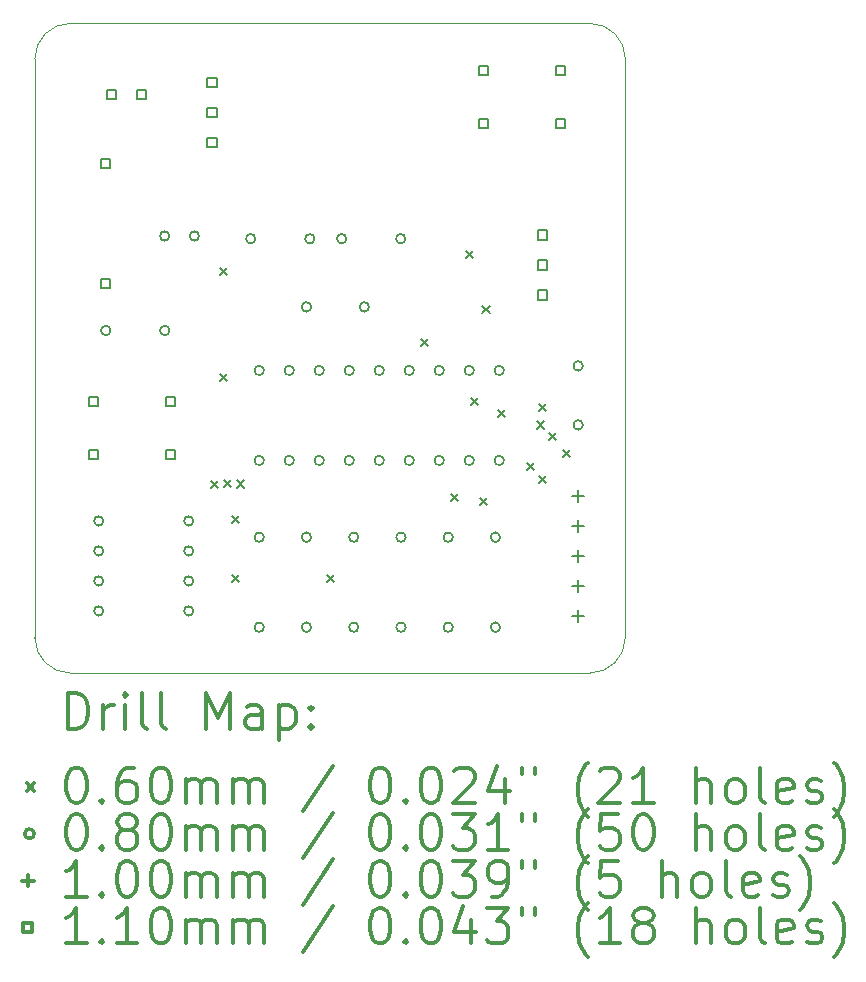
<source format=gbr>
%FSLAX45Y45*%
G04 Gerber Fmt 4.5, Leading zero omitted, Abs format (unit mm)*
G04 Created by KiCad (PCBNEW (5.1.9)-1) date 2021-08-22 03:35:01*
%MOMM*%
%LPD*%
G01*
G04 APERTURE LIST*
%TA.AperFunction,Profile*%
%ADD10C,0.100000*%
%TD*%
%ADD11C,0.200000*%
%ADD12C,0.300000*%
G04 APERTURE END LIST*
D10*
X12000000Y-11500000D02*
G75*
G02*
X11700000Y-11800000I-300000J0D01*
G01*
X12000000Y-6600000D02*
G75*
G03*
X11700000Y-6300000I-300000J0D01*
G01*
X7300000Y-6300000D02*
G75*
G03*
X7000000Y-6600000I0J-300000D01*
G01*
X7000000Y-11500000D02*
G75*
G03*
X7300000Y-11800000I300000J0D01*
G01*
X12000000Y-6600000D02*
X12000000Y-11500000D01*
X7300000Y-6300000D02*
X11700000Y-6300000D01*
X7000000Y-11500000D02*
X7000000Y-6600000D01*
X11700000Y-11800000D02*
X7300000Y-11800000D01*
D11*
X8489537Y-10170860D02*
X8549537Y-10230860D01*
X8549537Y-10170860D02*
X8489537Y-10230860D01*
X8570000Y-8370000D02*
X8630000Y-8430000D01*
X8630000Y-8370000D02*
X8570000Y-8430000D01*
X8570000Y-9270000D02*
X8630000Y-9330000D01*
X8630000Y-9270000D02*
X8570000Y-9330000D01*
X8599750Y-10165975D02*
X8659750Y-10225975D01*
X8659750Y-10165975D02*
X8599750Y-10225975D01*
X8670000Y-10470000D02*
X8730000Y-10530000D01*
X8730000Y-10470000D02*
X8670000Y-10530000D01*
X8670000Y-10970000D02*
X8730000Y-11030000D01*
X8730000Y-10970000D02*
X8670000Y-11030000D01*
X8710000Y-10170000D02*
X8770000Y-10230000D01*
X8770000Y-10170000D02*
X8710000Y-10230000D01*
X9470000Y-10970000D02*
X9530000Y-11030000D01*
X9530000Y-10970000D02*
X9470000Y-11030000D01*
X10270000Y-8970000D02*
X10330000Y-9030000D01*
X10330000Y-8970000D02*
X10270000Y-9030000D01*
X10520000Y-10283480D02*
X10580000Y-10343480D01*
X10580000Y-10283480D02*
X10520000Y-10343480D01*
X10650000Y-8230000D02*
X10710000Y-8290000D01*
X10710000Y-8230000D02*
X10650000Y-8290000D01*
X10690000Y-9470480D02*
X10750000Y-9530480D01*
X10750000Y-9470480D02*
X10690000Y-9530480D01*
X10770000Y-10320000D02*
X10830000Y-10380000D01*
X10830000Y-10320000D02*
X10770000Y-10380000D01*
X10790000Y-8690000D02*
X10850000Y-8750000D01*
X10850000Y-8690000D02*
X10790000Y-8750000D01*
X10920000Y-9570000D02*
X10980000Y-9630000D01*
X10980000Y-9570000D02*
X10920000Y-9630000D01*
X11170000Y-10020000D02*
X11230000Y-10080000D01*
X11230000Y-10020000D02*
X11170000Y-10080000D01*
X11250000Y-9670000D02*
X11310000Y-9730000D01*
X11310000Y-9670000D02*
X11250000Y-9730000D01*
X11270000Y-9520000D02*
X11330000Y-9580000D01*
X11330000Y-9520000D02*
X11270000Y-9580000D01*
X11270000Y-10130000D02*
X11330000Y-10190000D01*
X11330000Y-10130000D02*
X11270000Y-10190000D01*
X11350000Y-9770000D02*
X11410000Y-9830000D01*
X11410000Y-9770000D02*
X11350000Y-9830000D01*
X11470000Y-9910000D02*
X11530000Y-9970000D01*
X11530000Y-9910000D02*
X11470000Y-9970000D01*
X7580600Y-10512400D02*
G75*
G03*
X7580600Y-10512400I-40000J0D01*
G01*
X7580600Y-10766400D02*
G75*
G03*
X7580600Y-10766400I-40000J0D01*
G01*
X7580600Y-11020400D02*
G75*
G03*
X7580600Y-11020400I-40000J0D01*
G01*
X7580600Y-11274400D02*
G75*
G03*
X7580600Y-11274400I-40000J0D01*
G01*
X7640000Y-8900000D02*
G75*
G03*
X7640000Y-8900000I-40000J0D01*
G01*
X8140000Y-8100000D02*
G75*
G03*
X8140000Y-8100000I-40000J0D01*
G01*
X8140000Y-8900000D02*
G75*
G03*
X8140000Y-8900000I-40000J0D01*
G01*
X8342600Y-10512400D02*
G75*
G03*
X8342600Y-10512400I-40000J0D01*
G01*
X8342600Y-10766400D02*
G75*
G03*
X8342600Y-10766400I-40000J0D01*
G01*
X8342600Y-11020400D02*
G75*
G03*
X8342600Y-11020400I-40000J0D01*
G01*
X8342600Y-11274400D02*
G75*
G03*
X8342600Y-11274400I-40000J0D01*
G01*
X8390000Y-8100000D02*
G75*
G03*
X8390000Y-8100000I-40000J0D01*
G01*
X8867800Y-8123600D02*
G75*
G03*
X8867800Y-8123600I-40000J0D01*
G01*
X8940000Y-9238000D02*
G75*
G03*
X8940000Y-9238000I-40000J0D01*
G01*
X8940000Y-10000000D02*
G75*
G03*
X8940000Y-10000000I-40000J0D01*
G01*
X8940000Y-10650000D02*
G75*
G03*
X8940000Y-10650000I-40000J0D01*
G01*
X8940000Y-11412000D02*
G75*
G03*
X8940000Y-11412000I-40000J0D01*
G01*
X9194000Y-9238000D02*
G75*
G03*
X9194000Y-9238000I-40000J0D01*
G01*
X9194000Y-10000000D02*
G75*
G03*
X9194000Y-10000000I-40000J0D01*
G01*
X9340000Y-8700000D02*
G75*
G03*
X9340000Y-8700000I-40000J0D01*
G01*
X9340000Y-10650000D02*
G75*
G03*
X9340000Y-10650000I-40000J0D01*
G01*
X9340000Y-11412000D02*
G75*
G03*
X9340000Y-11412000I-40000J0D01*
G01*
X9367800Y-8123600D02*
G75*
G03*
X9367800Y-8123600I-40000J0D01*
G01*
X9448000Y-9238000D02*
G75*
G03*
X9448000Y-9238000I-40000J0D01*
G01*
X9448000Y-10000000D02*
G75*
G03*
X9448000Y-10000000I-40000J0D01*
G01*
X9637800Y-8123600D02*
G75*
G03*
X9637800Y-8123600I-40000J0D01*
G01*
X9702000Y-9238000D02*
G75*
G03*
X9702000Y-9238000I-40000J0D01*
G01*
X9702000Y-10000000D02*
G75*
G03*
X9702000Y-10000000I-40000J0D01*
G01*
X9740000Y-10650000D02*
G75*
G03*
X9740000Y-10650000I-40000J0D01*
G01*
X9740000Y-11412000D02*
G75*
G03*
X9740000Y-11412000I-40000J0D01*
G01*
X9830000Y-8700000D02*
G75*
G03*
X9830000Y-8700000I-40000J0D01*
G01*
X9956000Y-9238000D02*
G75*
G03*
X9956000Y-9238000I-40000J0D01*
G01*
X9956000Y-10000000D02*
G75*
G03*
X9956000Y-10000000I-40000J0D01*
G01*
X10137800Y-8123600D02*
G75*
G03*
X10137800Y-8123600I-40000J0D01*
G01*
X10140000Y-10650000D02*
G75*
G03*
X10140000Y-10650000I-40000J0D01*
G01*
X10140000Y-11412000D02*
G75*
G03*
X10140000Y-11412000I-40000J0D01*
G01*
X10210000Y-9238000D02*
G75*
G03*
X10210000Y-9238000I-40000J0D01*
G01*
X10210000Y-10000000D02*
G75*
G03*
X10210000Y-10000000I-40000J0D01*
G01*
X10464000Y-9238000D02*
G75*
G03*
X10464000Y-9238000I-40000J0D01*
G01*
X10464000Y-10000000D02*
G75*
G03*
X10464000Y-10000000I-40000J0D01*
G01*
X10540000Y-10650000D02*
G75*
G03*
X10540000Y-10650000I-40000J0D01*
G01*
X10540000Y-11412000D02*
G75*
G03*
X10540000Y-11412000I-40000J0D01*
G01*
X10718000Y-9238000D02*
G75*
G03*
X10718000Y-9238000I-40000J0D01*
G01*
X10718000Y-10000000D02*
G75*
G03*
X10718000Y-10000000I-40000J0D01*
G01*
X10940000Y-10650000D02*
G75*
G03*
X10940000Y-10650000I-40000J0D01*
G01*
X10940000Y-11412000D02*
G75*
G03*
X10940000Y-11412000I-40000J0D01*
G01*
X10972000Y-9238000D02*
G75*
G03*
X10972000Y-9238000I-40000J0D01*
G01*
X10972000Y-10000000D02*
G75*
G03*
X10972000Y-10000000I-40000J0D01*
G01*
X11640000Y-9200000D02*
G75*
G03*
X11640000Y-9200000I-40000J0D01*
G01*
X11640000Y-9700000D02*
G75*
G03*
X11640000Y-9700000I-40000J0D01*
G01*
X11600000Y-10250000D02*
X11600000Y-10350000D01*
X11550000Y-10300000D02*
X11650000Y-10300000D01*
X11600000Y-10504000D02*
X11600000Y-10604000D01*
X11550000Y-10554000D02*
X11650000Y-10554000D01*
X11600000Y-10758000D02*
X11600000Y-10858000D01*
X11550000Y-10808000D02*
X11650000Y-10808000D01*
X11600000Y-11012000D02*
X11600000Y-11112000D01*
X11550000Y-11062000D02*
X11650000Y-11062000D01*
X11600000Y-11266000D02*
X11600000Y-11366000D01*
X11550000Y-11316000D02*
X11650000Y-11316000D01*
X7538891Y-9538891D02*
X7538891Y-9461109D01*
X7461109Y-9461109D01*
X7461109Y-9538891D01*
X7538891Y-9538891D01*
X7538891Y-9988891D02*
X7538891Y-9911109D01*
X7461109Y-9911109D01*
X7461109Y-9988891D01*
X7538891Y-9988891D01*
X7638891Y-7522891D02*
X7638891Y-7445109D01*
X7561109Y-7445109D01*
X7561109Y-7522891D01*
X7638891Y-7522891D01*
X7638891Y-8538891D02*
X7638891Y-8461109D01*
X7561109Y-8461109D01*
X7561109Y-8538891D01*
X7638891Y-8538891D01*
X7684891Y-6938891D02*
X7684891Y-6861109D01*
X7607109Y-6861109D01*
X7607109Y-6938891D01*
X7684891Y-6938891D01*
X7938891Y-6938891D02*
X7938891Y-6861109D01*
X7861109Y-6861109D01*
X7861109Y-6938891D01*
X7938891Y-6938891D01*
X8188891Y-9538891D02*
X8188891Y-9461109D01*
X8111109Y-9461109D01*
X8111109Y-9538891D01*
X8188891Y-9538891D01*
X8188891Y-9988891D02*
X8188891Y-9911109D01*
X8111109Y-9911109D01*
X8111109Y-9988891D01*
X8188891Y-9988891D01*
X8538891Y-6838891D02*
X8538891Y-6761109D01*
X8461109Y-6761109D01*
X8461109Y-6838891D01*
X8538891Y-6838891D01*
X8538891Y-7092891D02*
X8538891Y-7015109D01*
X8461109Y-7015109D01*
X8461109Y-7092891D01*
X8538891Y-7092891D01*
X8538891Y-7346891D02*
X8538891Y-7269109D01*
X8461109Y-7269109D01*
X8461109Y-7346891D01*
X8538891Y-7346891D01*
X10838891Y-6738891D02*
X10838891Y-6661109D01*
X10761109Y-6661109D01*
X10761109Y-6738891D01*
X10838891Y-6738891D01*
X10838891Y-7188891D02*
X10838891Y-7111109D01*
X10761109Y-7111109D01*
X10761109Y-7188891D01*
X10838891Y-7188891D01*
X11338891Y-8130891D02*
X11338891Y-8053109D01*
X11261109Y-8053109D01*
X11261109Y-8130891D01*
X11338891Y-8130891D01*
X11338891Y-8384891D02*
X11338891Y-8307109D01*
X11261109Y-8307109D01*
X11261109Y-8384891D01*
X11338891Y-8384891D01*
X11338891Y-8638891D02*
X11338891Y-8561109D01*
X11261109Y-8561109D01*
X11261109Y-8638891D01*
X11338891Y-8638891D01*
X11488891Y-6738891D02*
X11488891Y-6661109D01*
X11411109Y-6661109D01*
X11411109Y-6738891D01*
X11488891Y-6738891D01*
X11488891Y-7188891D02*
X11488891Y-7111109D01*
X11411109Y-7111109D01*
X11411109Y-7188891D01*
X11488891Y-7188891D01*
D12*
X7281428Y-12270714D02*
X7281428Y-11970714D01*
X7352857Y-11970714D01*
X7395714Y-11985000D01*
X7424286Y-12013571D01*
X7438571Y-12042143D01*
X7452857Y-12099286D01*
X7452857Y-12142143D01*
X7438571Y-12199286D01*
X7424286Y-12227857D01*
X7395714Y-12256429D01*
X7352857Y-12270714D01*
X7281428Y-12270714D01*
X7581428Y-12270714D02*
X7581428Y-12070714D01*
X7581428Y-12127857D02*
X7595714Y-12099286D01*
X7610000Y-12085000D01*
X7638571Y-12070714D01*
X7667143Y-12070714D01*
X7767143Y-12270714D02*
X7767143Y-12070714D01*
X7767143Y-11970714D02*
X7752857Y-11985000D01*
X7767143Y-11999286D01*
X7781428Y-11985000D01*
X7767143Y-11970714D01*
X7767143Y-11999286D01*
X7952857Y-12270714D02*
X7924286Y-12256429D01*
X7910000Y-12227857D01*
X7910000Y-11970714D01*
X8110000Y-12270714D02*
X8081428Y-12256429D01*
X8067143Y-12227857D01*
X8067143Y-11970714D01*
X8452857Y-12270714D02*
X8452857Y-11970714D01*
X8552857Y-12185000D01*
X8652857Y-11970714D01*
X8652857Y-12270714D01*
X8924286Y-12270714D02*
X8924286Y-12113571D01*
X8910000Y-12085000D01*
X8881428Y-12070714D01*
X8824286Y-12070714D01*
X8795714Y-12085000D01*
X8924286Y-12256429D02*
X8895714Y-12270714D01*
X8824286Y-12270714D01*
X8795714Y-12256429D01*
X8781428Y-12227857D01*
X8781428Y-12199286D01*
X8795714Y-12170714D01*
X8824286Y-12156429D01*
X8895714Y-12156429D01*
X8924286Y-12142143D01*
X9067143Y-12070714D02*
X9067143Y-12370714D01*
X9067143Y-12085000D02*
X9095714Y-12070714D01*
X9152857Y-12070714D01*
X9181428Y-12085000D01*
X9195714Y-12099286D01*
X9210000Y-12127857D01*
X9210000Y-12213571D01*
X9195714Y-12242143D01*
X9181428Y-12256429D01*
X9152857Y-12270714D01*
X9095714Y-12270714D01*
X9067143Y-12256429D01*
X9338571Y-12242143D02*
X9352857Y-12256429D01*
X9338571Y-12270714D01*
X9324286Y-12256429D01*
X9338571Y-12242143D01*
X9338571Y-12270714D01*
X9338571Y-12085000D02*
X9352857Y-12099286D01*
X9338571Y-12113571D01*
X9324286Y-12099286D01*
X9338571Y-12085000D01*
X9338571Y-12113571D01*
X6935000Y-12735000D02*
X6995000Y-12795000D01*
X6995000Y-12735000D02*
X6935000Y-12795000D01*
X7338571Y-12600714D02*
X7367143Y-12600714D01*
X7395714Y-12615000D01*
X7410000Y-12629286D01*
X7424286Y-12657857D01*
X7438571Y-12715000D01*
X7438571Y-12786429D01*
X7424286Y-12843571D01*
X7410000Y-12872143D01*
X7395714Y-12886429D01*
X7367143Y-12900714D01*
X7338571Y-12900714D01*
X7310000Y-12886429D01*
X7295714Y-12872143D01*
X7281428Y-12843571D01*
X7267143Y-12786429D01*
X7267143Y-12715000D01*
X7281428Y-12657857D01*
X7295714Y-12629286D01*
X7310000Y-12615000D01*
X7338571Y-12600714D01*
X7567143Y-12872143D02*
X7581428Y-12886429D01*
X7567143Y-12900714D01*
X7552857Y-12886429D01*
X7567143Y-12872143D01*
X7567143Y-12900714D01*
X7838571Y-12600714D02*
X7781428Y-12600714D01*
X7752857Y-12615000D01*
X7738571Y-12629286D01*
X7710000Y-12672143D01*
X7695714Y-12729286D01*
X7695714Y-12843571D01*
X7710000Y-12872143D01*
X7724286Y-12886429D01*
X7752857Y-12900714D01*
X7810000Y-12900714D01*
X7838571Y-12886429D01*
X7852857Y-12872143D01*
X7867143Y-12843571D01*
X7867143Y-12772143D01*
X7852857Y-12743571D01*
X7838571Y-12729286D01*
X7810000Y-12715000D01*
X7752857Y-12715000D01*
X7724286Y-12729286D01*
X7710000Y-12743571D01*
X7695714Y-12772143D01*
X8052857Y-12600714D02*
X8081428Y-12600714D01*
X8110000Y-12615000D01*
X8124286Y-12629286D01*
X8138571Y-12657857D01*
X8152857Y-12715000D01*
X8152857Y-12786429D01*
X8138571Y-12843571D01*
X8124286Y-12872143D01*
X8110000Y-12886429D01*
X8081428Y-12900714D01*
X8052857Y-12900714D01*
X8024286Y-12886429D01*
X8010000Y-12872143D01*
X7995714Y-12843571D01*
X7981428Y-12786429D01*
X7981428Y-12715000D01*
X7995714Y-12657857D01*
X8010000Y-12629286D01*
X8024286Y-12615000D01*
X8052857Y-12600714D01*
X8281428Y-12900714D02*
X8281428Y-12700714D01*
X8281428Y-12729286D02*
X8295714Y-12715000D01*
X8324286Y-12700714D01*
X8367143Y-12700714D01*
X8395714Y-12715000D01*
X8410000Y-12743571D01*
X8410000Y-12900714D01*
X8410000Y-12743571D02*
X8424286Y-12715000D01*
X8452857Y-12700714D01*
X8495714Y-12700714D01*
X8524286Y-12715000D01*
X8538571Y-12743571D01*
X8538571Y-12900714D01*
X8681428Y-12900714D02*
X8681428Y-12700714D01*
X8681428Y-12729286D02*
X8695714Y-12715000D01*
X8724286Y-12700714D01*
X8767143Y-12700714D01*
X8795714Y-12715000D01*
X8810000Y-12743571D01*
X8810000Y-12900714D01*
X8810000Y-12743571D02*
X8824286Y-12715000D01*
X8852857Y-12700714D01*
X8895714Y-12700714D01*
X8924286Y-12715000D01*
X8938571Y-12743571D01*
X8938571Y-12900714D01*
X9524286Y-12586429D02*
X9267143Y-12972143D01*
X9910000Y-12600714D02*
X9938571Y-12600714D01*
X9967143Y-12615000D01*
X9981428Y-12629286D01*
X9995714Y-12657857D01*
X10010000Y-12715000D01*
X10010000Y-12786429D01*
X9995714Y-12843571D01*
X9981428Y-12872143D01*
X9967143Y-12886429D01*
X9938571Y-12900714D01*
X9910000Y-12900714D01*
X9881428Y-12886429D01*
X9867143Y-12872143D01*
X9852857Y-12843571D01*
X9838571Y-12786429D01*
X9838571Y-12715000D01*
X9852857Y-12657857D01*
X9867143Y-12629286D01*
X9881428Y-12615000D01*
X9910000Y-12600714D01*
X10138571Y-12872143D02*
X10152857Y-12886429D01*
X10138571Y-12900714D01*
X10124286Y-12886429D01*
X10138571Y-12872143D01*
X10138571Y-12900714D01*
X10338571Y-12600714D02*
X10367143Y-12600714D01*
X10395714Y-12615000D01*
X10410000Y-12629286D01*
X10424286Y-12657857D01*
X10438571Y-12715000D01*
X10438571Y-12786429D01*
X10424286Y-12843571D01*
X10410000Y-12872143D01*
X10395714Y-12886429D01*
X10367143Y-12900714D01*
X10338571Y-12900714D01*
X10310000Y-12886429D01*
X10295714Y-12872143D01*
X10281428Y-12843571D01*
X10267143Y-12786429D01*
X10267143Y-12715000D01*
X10281428Y-12657857D01*
X10295714Y-12629286D01*
X10310000Y-12615000D01*
X10338571Y-12600714D01*
X10552857Y-12629286D02*
X10567143Y-12615000D01*
X10595714Y-12600714D01*
X10667143Y-12600714D01*
X10695714Y-12615000D01*
X10710000Y-12629286D01*
X10724286Y-12657857D01*
X10724286Y-12686429D01*
X10710000Y-12729286D01*
X10538571Y-12900714D01*
X10724286Y-12900714D01*
X10981428Y-12700714D02*
X10981428Y-12900714D01*
X10910000Y-12586429D02*
X10838571Y-12800714D01*
X11024286Y-12800714D01*
X11124286Y-12600714D02*
X11124286Y-12657857D01*
X11238571Y-12600714D02*
X11238571Y-12657857D01*
X11681428Y-13015000D02*
X11667143Y-13000714D01*
X11638571Y-12957857D01*
X11624286Y-12929286D01*
X11610000Y-12886429D01*
X11595714Y-12815000D01*
X11595714Y-12757857D01*
X11610000Y-12686429D01*
X11624286Y-12643571D01*
X11638571Y-12615000D01*
X11667143Y-12572143D01*
X11681428Y-12557857D01*
X11781428Y-12629286D02*
X11795714Y-12615000D01*
X11824286Y-12600714D01*
X11895714Y-12600714D01*
X11924286Y-12615000D01*
X11938571Y-12629286D01*
X11952857Y-12657857D01*
X11952857Y-12686429D01*
X11938571Y-12729286D01*
X11767143Y-12900714D01*
X11952857Y-12900714D01*
X12238571Y-12900714D02*
X12067143Y-12900714D01*
X12152857Y-12900714D02*
X12152857Y-12600714D01*
X12124286Y-12643571D01*
X12095714Y-12672143D01*
X12067143Y-12686429D01*
X12595714Y-12900714D02*
X12595714Y-12600714D01*
X12724286Y-12900714D02*
X12724286Y-12743571D01*
X12710000Y-12715000D01*
X12681428Y-12700714D01*
X12638571Y-12700714D01*
X12610000Y-12715000D01*
X12595714Y-12729286D01*
X12910000Y-12900714D02*
X12881428Y-12886429D01*
X12867143Y-12872143D01*
X12852857Y-12843571D01*
X12852857Y-12757857D01*
X12867143Y-12729286D01*
X12881428Y-12715000D01*
X12910000Y-12700714D01*
X12952857Y-12700714D01*
X12981428Y-12715000D01*
X12995714Y-12729286D01*
X13010000Y-12757857D01*
X13010000Y-12843571D01*
X12995714Y-12872143D01*
X12981428Y-12886429D01*
X12952857Y-12900714D01*
X12910000Y-12900714D01*
X13181428Y-12900714D02*
X13152857Y-12886429D01*
X13138571Y-12857857D01*
X13138571Y-12600714D01*
X13410000Y-12886429D02*
X13381428Y-12900714D01*
X13324286Y-12900714D01*
X13295714Y-12886429D01*
X13281428Y-12857857D01*
X13281428Y-12743571D01*
X13295714Y-12715000D01*
X13324286Y-12700714D01*
X13381428Y-12700714D01*
X13410000Y-12715000D01*
X13424286Y-12743571D01*
X13424286Y-12772143D01*
X13281428Y-12800714D01*
X13538571Y-12886429D02*
X13567143Y-12900714D01*
X13624286Y-12900714D01*
X13652857Y-12886429D01*
X13667143Y-12857857D01*
X13667143Y-12843571D01*
X13652857Y-12815000D01*
X13624286Y-12800714D01*
X13581428Y-12800714D01*
X13552857Y-12786429D01*
X13538571Y-12757857D01*
X13538571Y-12743571D01*
X13552857Y-12715000D01*
X13581428Y-12700714D01*
X13624286Y-12700714D01*
X13652857Y-12715000D01*
X13767143Y-13015000D02*
X13781428Y-13000714D01*
X13810000Y-12957857D01*
X13824286Y-12929286D01*
X13838571Y-12886429D01*
X13852857Y-12815000D01*
X13852857Y-12757857D01*
X13838571Y-12686429D01*
X13824286Y-12643571D01*
X13810000Y-12615000D01*
X13781428Y-12572143D01*
X13767143Y-12557857D01*
X6995000Y-13161000D02*
G75*
G03*
X6995000Y-13161000I-40000J0D01*
G01*
X7338571Y-12996714D02*
X7367143Y-12996714D01*
X7395714Y-13011000D01*
X7410000Y-13025286D01*
X7424286Y-13053857D01*
X7438571Y-13111000D01*
X7438571Y-13182429D01*
X7424286Y-13239571D01*
X7410000Y-13268143D01*
X7395714Y-13282429D01*
X7367143Y-13296714D01*
X7338571Y-13296714D01*
X7310000Y-13282429D01*
X7295714Y-13268143D01*
X7281428Y-13239571D01*
X7267143Y-13182429D01*
X7267143Y-13111000D01*
X7281428Y-13053857D01*
X7295714Y-13025286D01*
X7310000Y-13011000D01*
X7338571Y-12996714D01*
X7567143Y-13268143D02*
X7581428Y-13282429D01*
X7567143Y-13296714D01*
X7552857Y-13282429D01*
X7567143Y-13268143D01*
X7567143Y-13296714D01*
X7752857Y-13125286D02*
X7724286Y-13111000D01*
X7710000Y-13096714D01*
X7695714Y-13068143D01*
X7695714Y-13053857D01*
X7710000Y-13025286D01*
X7724286Y-13011000D01*
X7752857Y-12996714D01*
X7810000Y-12996714D01*
X7838571Y-13011000D01*
X7852857Y-13025286D01*
X7867143Y-13053857D01*
X7867143Y-13068143D01*
X7852857Y-13096714D01*
X7838571Y-13111000D01*
X7810000Y-13125286D01*
X7752857Y-13125286D01*
X7724286Y-13139571D01*
X7710000Y-13153857D01*
X7695714Y-13182429D01*
X7695714Y-13239571D01*
X7710000Y-13268143D01*
X7724286Y-13282429D01*
X7752857Y-13296714D01*
X7810000Y-13296714D01*
X7838571Y-13282429D01*
X7852857Y-13268143D01*
X7867143Y-13239571D01*
X7867143Y-13182429D01*
X7852857Y-13153857D01*
X7838571Y-13139571D01*
X7810000Y-13125286D01*
X8052857Y-12996714D02*
X8081428Y-12996714D01*
X8110000Y-13011000D01*
X8124286Y-13025286D01*
X8138571Y-13053857D01*
X8152857Y-13111000D01*
X8152857Y-13182429D01*
X8138571Y-13239571D01*
X8124286Y-13268143D01*
X8110000Y-13282429D01*
X8081428Y-13296714D01*
X8052857Y-13296714D01*
X8024286Y-13282429D01*
X8010000Y-13268143D01*
X7995714Y-13239571D01*
X7981428Y-13182429D01*
X7981428Y-13111000D01*
X7995714Y-13053857D01*
X8010000Y-13025286D01*
X8024286Y-13011000D01*
X8052857Y-12996714D01*
X8281428Y-13296714D02*
X8281428Y-13096714D01*
X8281428Y-13125286D02*
X8295714Y-13111000D01*
X8324286Y-13096714D01*
X8367143Y-13096714D01*
X8395714Y-13111000D01*
X8410000Y-13139571D01*
X8410000Y-13296714D01*
X8410000Y-13139571D02*
X8424286Y-13111000D01*
X8452857Y-13096714D01*
X8495714Y-13096714D01*
X8524286Y-13111000D01*
X8538571Y-13139571D01*
X8538571Y-13296714D01*
X8681428Y-13296714D02*
X8681428Y-13096714D01*
X8681428Y-13125286D02*
X8695714Y-13111000D01*
X8724286Y-13096714D01*
X8767143Y-13096714D01*
X8795714Y-13111000D01*
X8810000Y-13139571D01*
X8810000Y-13296714D01*
X8810000Y-13139571D02*
X8824286Y-13111000D01*
X8852857Y-13096714D01*
X8895714Y-13096714D01*
X8924286Y-13111000D01*
X8938571Y-13139571D01*
X8938571Y-13296714D01*
X9524286Y-12982429D02*
X9267143Y-13368143D01*
X9910000Y-12996714D02*
X9938571Y-12996714D01*
X9967143Y-13011000D01*
X9981428Y-13025286D01*
X9995714Y-13053857D01*
X10010000Y-13111000D01*
X10010000Y-13182429D01*
X9995714Y-13239571D01*
X9981428Y-13268143D01*
X9967143Y-13282429D01*
X9938571Y-13296714D01*
X9910000Y-13296714D01*
X9881428Y-13282429D01*
X9867143Y-13268143D01*
X9852857Y-13239571D01*
X9838571Y-13182429D01*
X9838571Y-13111000D01*
X9852857Y-13053857D01*
X9867143Y-13025286D01*
X9881428Y-13011000D01*
X9910000Y-12996714D01*
X10138571Y-13268143D02*
X10152857Y-13282429D01*
X10138571Y-13296714D01*
X10124286Y-13282429D01*
X10138571Y-13268143D01*
X10138571Y-13296714D01*
X10338571Y-12996714D02*
X10367143Y-12996714D01*
X10395714Y-13011000D01*
X10410000Y-13025286D01*
X10424286Y-13053857D01*
X10438571Y-13111000D01*
X10438571Y-13182429D01*
X10424286Y-13239571D01*
X10410000Y-13268143D01*
X10395714Y-13282429D01*
X10367143Y-13296714D01*
X10338571Y-13296714D01*
X10310000Y-13282429D01*
X10295714Y-13268143D01*
X10281428Y-13239571D01*
X10267143Y-13182429D01*
X10267143Y-13111000D01*
X10281428Y-13053857D01*
X10295714Y-13025286D01*
X10310000Y-13011000D01*
X10338571Y-12996714D01*
X10538571Y-12996714D02*
X10724286Y-12996714D01*
X10624286Y-13111000D01*
X10667143Y-13111000D01*
X10695714Y-13125286D01*
X10710000Y-13139571D01*
X10724286Y-13168143D01*
X10724286Y-13239571D01*
X10710000Y-13268143D01*
X10695714Y-13282429D01*
X10667143Y-13296714D01*
X10581428Y-13296714D01*
X10552857Y-13282429D01*
X10538571Y-13268143D01*
X11010000Y-13296714D02*
X10838571Y-13296714D01*
X10924286Y-13296714D02*
X10924286Y-12996714D01*
X10895714Y-13039571D01*
X10867143Y-13068143D01*
X10838571Y-13082429D01*
X11124286Y-12996714D02*
X11124286Y-13053857D01*
X11238571Y-12996714D02*
X11238571Y-13053857D01*
X11681428Y-13411000D02*
X11667143Y-13396714D01*
X11638571Y-13353857D01*
X11624286Y-13325286D01*
X11610000Y-13282429D01*
X11595714Y-13211000D01*
X11595714Y-13153857D01*
X11610000Y-13082429D01*
X11624286Y-13039571D01*
X11638571Y-13011000D01*
X11667143Y-12968143D01*
X11681428Y-12953857D01*
X11938571Y-12996714D02*
X11795714Y-12996714D01*
X11781428Y-13139571D01*
X11795714Y-13125286D01*
X11824286Y-13111000D01*
X11895714Y-13111000D01*
X11924286Y-13125286D01*
X11938571Y-13139571D01*
X11952857Y-13168143D01*
X11952857Y-13239571D01*
X11938571Y-13268143D01*
X11924286Y-13282429D01*
X11895714Y-13296714D01*
X11824286Y-13296714D01*
X11795714Y-13282429D01*
X11781428Y-13268143D01*
X12138571Y-12996714D02*
X12167143Y-12996714D01*
X12195714Y-13011000D01*
X12210000Y-13025286D01*
X12224286Y-13053857D01*
X12238571Y-13111000D01*
X12238571Y-13182429D01*
X12224286Y-13239571D01*
X12210000Y-13268143D01*
X12195714Y-13282429D01*
X12167143Y-13296714D01*
X12138571Y-13296714D01*
X12110000Y-13282429D01*
X12095714Y-13268143D01*
X12081428Y-13239571D01*
X12067143Y-13182429D01*
X12067143Y-13111000D01*
X12081428Y-13053857D01*
X12095714Y-13025286D01*
X12110000Y-13011000D01*
X12138571Y-12996714D01*
X12595714Y-13296714D02*
X12595714Y-12996714D01*
X12724286Y-13296714D02*
X12724286Y-13139571D01*
X12710000Y-13111000D01*
X12681428Y-13096714D01*
X12638571Y-13096714D01*
X12610000Y-13111000D01*
X12595714Y-13125286D01*
X12910000Y-13296714D02*
X12881428Y-13282429D01*
X12867143Y-13268143D01*
X12852857Y-13239571D01*
X12852857Y-13153857D01*
X12867143Y-13125286D01*
X12881428Y-13111000D01*
X12910000Y-13096714D01*
X12952857Y-13096714D01*
X12981428Y-13111000D01*
X12995714Y-13125286D01*
X13010000Y-13153857D01*
X13010000Y-13239571D01*
X12995714Y-13268143D01*
X12981428Y-13282429D01*
X12952857Y-13296714D01*
X12910000Y-13296714D01*
X13181428Y-13296714D02*
X13152857Y-13282429D01*
X13138571Y-13253857D01*
X13138571Y-12996714D01*
X13410000Y-13282429D02*
X13381428Y-13296714D01*
X13324286Y-13296714D01*
X13295714Y-13282429D01*
X13281428Y-13253857D01*
X13281428Y-13139571D01*
X13295714Y-13111000D01*
X13324286Y-13096714D01*
X13381428Y-13096714D01*
X13410000Y-13111000D01*
X13424286Y-13139571D01*
X13424286Y-13168143D01*
X13281428Y-13196714D01*
X13538571Y-13282429D02*
X13567143Y-13296714D01*
X13624286Y-13296714D01*
X13652857Y-13282429D01*
X13667143Y-13253857D01*
X13667143Y-13239571D01*
X13652857Y-13211000D01*
X13624286Y-13196714D01*
X13581428Y-13196714D01*
X13552857Y-13182429D01*
X13538571Y-13153857D01*
X13538571Y-13139571D01*
X13552857Y-13111000D01*
X13581428Y-13096714D01*
X13624286Y-13096714D01*
X13652857Y-13111000D01*
X13767143Y-13411000D02*
X13781428Y-13396714D01*
X13810000Y-13353857D01*
X13824286Y-13325286D01*
X13838571Y-13282429D01*
X13852857Y-13211000D01*
X13852857Y-13153857D01*
X13838571Y-13082429D01*
X13824286Y-13039571D01*
X13810000Y-13011000D01*
X13781428Y-12968143D01*
X13767143Y-12953857D01*
X6945000Y-13507000D02*
X6945000Y-13607000D01*
X6895000Y-13557000D02*
X6995000Y-13557000D01*
X7438571Y-13692714D02*
X7267143Y-13692714D01*
X7352857Y-13692714D02*
X7352857Y-13392714D01*
X7324286Y-13435571D01*
X7295714Y-13464143D01*
X7267143Y-13478429D01*
X7567143Y-13664143D02*
X7581428Y-13678429D01*
X7567143Y-13692714D01*
X7552857Y-13678429D01*
X7567143Y-13664143D01*
X7567143Y-13692714D01*
X7767143Y-13392714D02*
X7795714Y-13392714D01*
X7824286Y-13407000D01*
X7838571Y-13421286D01*
X7852857Y-13449857D01*
X7867143Y-13507000D01*
X7867143Y-13578429D01*
X7852857Y-13635571D01*
X7838571Y-13664143D01*
X7824286Y-13678429D01*
X7795714Y-13692714D01*
X7767143Y-13692714D01*
X7738571Y-13678429D01*
X7724286Y-13664143D01*
X7710000Y-13635571D01*
X7695714Y-13578429D01*
X7695714Y-13507000D01*
X7710000Y-13449857D01*
X7724286Y-13421286D01*
X7738571Y-13407000D01*
X7767143Y-13392714D01*
X8052857Y-13392714D02*
X8081428Y-13392714D01*
X8110000Y-13407000D01*
X8124286Y-13421286D01*
X8138571Y-13449857D01*
X8152857Y-13507000D01*
X8152857Y-13578429D01*
X8138571Y-13635571D01*
X8124286Y-13664143D01*
X8110000Y-13678429D01*
X8081428Y-13692714D01*
X8052857Y-13692714D01*
X8024286Y-13678429D01*
X8010000Y-13664143D01*
X7995714Y-13635571D01*
X7981428Y-13578429D01*
X7981428Y-13507000D01*
X7995714Y-13449857D01*
X8010000Y-13421286D01*
X8024286Y-13407000D01*
X8052857Y-13392714D01*
X8281428Y-13692714D02*
X8281428Y-13492714D01*
X8281428Y-13521286D02*
X8295714Y-13507000D01*
X8324286Y-13492714D01*
X8367143Y-13492714D01*
X8395714Y-13507000D01*
X8410000Y-13535571D01*
X8410000Y-13692714D01*
X8410000Y-13535571D02*
X8424286Y-13507000D01*
X8452857Y-13492714D01*
X8495714Y-13492714D01*
X8524286Y-13507000D01*
X8538571Y-13535571D01*
X8538571Y-13692714D01*
X8681428Y-13692714D02*
X8681428Y-13492714D01*
X8681428Y-13521286D02*
X8695714Y-13507000D01*
X8724286Y-13492714D01*
X8767143Y-13492714D01*
X8795714Y-13507000D01*
X8810000Y-13535571D01*
X8810000Y-13692714D01*
X8810000Y-13535571D02*
X8824286Y-13507000D01*
X8852857Y-13492714D01*
X8895714Y-13492714D01*
X8924286Y-13507000D01*
X8938571Y-13535571D01*
X8938571Y-13692714D01*
X9524286Y-13378429D02*
X9267143Y-13764143D01*
X9910000Y-13392714D02*
X9938571Y-13392714D01*
X9967143Y-13407000D01*
X9981428Y-13421286D01*
X9995714Y-13449857D01*
X10010000Y-13507000D01*
X10010000Y-13578429D01*
X9995714Y-13635571D01*
X9981428Y-13664143D01*
X9967143Y-13678429D01*
X9938571Y-13692714D01*
X9910000Y-13692714D01*
X9881428Y-13678429D01*
X9867143Y-13664143D01*
X9852857Y-13635571D01*
X9838571Y-13578429D01*
X9838571Y-13507000D01*
X9852857Y-13449857D01*
X9867143Y-13421286D01*
X9881428Y-13407000D01*
X9910000Y-13392714D01*
X10138571Y-13664143D02*
X10152857Y-13678429D01*
X10138571Y-13692714D01*
X10124286Y-13678429D01*
X10138571Y-13664143D01*
X10138571Y-13692714D01*
X10338571Y-13392714D02*
X10367143Y-13392714D01*
X10395714Y-13407000D01*
X10410000Y-13421286D01*
X10424286Y-13449857D01*
X10438571Y-13507000D01*
X10438571Y-13578429D01*
X10424286Y-13635571D01*
X10410000Y-13664143D01*
X10395714Y-13678429D01*
X10367143Y-13692714D01*
X10338571Y-13692714D01*
X10310000Y-13678429D01*
X10295714Y-13664143D01*
X10281428Y-13635571D01*
X10267143Y-13578429D01*
X10267143Y-13507000D01*
X10281428Y-13449857D01*
X10295714Y-13421286D01*
X10310000Y-13407000D01*
X10338571Y-13392714D01*
X10538571Y-13392714D02*
X10724286Y-13392714D01*
X10624286Y-13507000D01*
X10667143Y-13507000D01*
X10695714Y-13521286D01*
X10710000Y-13535571D01*
X10724286Y-13564143D01*
X10724286Y-13635571D01*
X10710000Y-13664143D01*
X10695714Y-13678429D01*
X10667143Y-13692714D01*
X10581428Y-13692714D01*
X10552857Y-13678429D01*
X10538571Y-13664143D01*
X10867143Y-13692714D02*
X10924286Y-13692714D01*
X10952857Y-13678429D01*
X10967143Y-13664143D01*
X10995714Y-13621286D01*
X11010000Y-13564143D01*
X11010000Y-13449857D01*
X10995714Y-13421286D01*
X10981428Y-13407000D01*
X10952857Y-13392714D01*
X10895714Y-13392714D01*
X10867143Y-13407000D01*
X10852857Y-13421286D01*
X10838571Y-13449857D01*
X10838571Y-13521286D01*
X10852857Y-13549857D01*
X10867143Y-13564143D01*
X10895714Y-13578429D01*
X10952857Y-13578429D01*
X10981428Y-13564143D01*
X10995714Y-13549857D01*
X11010000Y-13521286D01*
X11124286Y-13392714D02*
X11124286Y-13449857D01*
X11238571Y-13392714D02*
X11238571Y-13449857D01*
X11681428Y-13807000D02*
X11667143Y-13792714D01*
X11638571Y-13749857D01*
X11624286Y-13721286D01*
X11610000Y-13678429D01*
X11595714Y-13607000D01*
X11595714Y-13549857D01*
X11610000Y-13478429D01*
X11624286Y-13435571D01*
X11638571Y-13407000D01*
X11667143Y-13364143D01*
X11681428Y-13349857D01*
X11938571Y-13392714D02*
X11795714Y-13392714D01*
X11781428Y-13535571D01*
X11795714Y-13521286D01*
X11824286Y-13507000D01*
X11895714Y-13507000D01*
X11924286Y-13521286D01*
X11938571Y-13535571D01*
X11952857Y-13564143D01*
X11952857Y-13635571D01*
X11938571Y-13664143D01*
X11924286Y-13678429D01*
X11895714Y-13692714D01*
X11824286Y-13692714D01*
X11795714Y-13678429D01*
X11781428Y-13664143D01*
X12310000Y-13692714D02*
X12310000Y-13392714D01*
X12438571Y-13692714D02*
X12438571Y-13535571D01*
X12424286Y-13507000D01*
X12395714Y-13492714D01*
X12352857Y-13492714D01*
X12324286Y-13507000D01*
X12310000Y-13521286D01*
X12624286Y-13692714D02*
X12595714Y-13678429D01*
X12581428Y-13664143D01*
X12567143Y-13635571D01*
X12567143Y-13549857D01*
X12581428Y-13521286D01*
X12595714Y-13507000D01*
X12624286Y-13492714D01*
X12667143Y-13492714D01*
X12695714Y-13507000D01*
X12710000Y-13521286D01*
X12724286Y-13549857D01*
X12724286Y-13635571D01*
X12710000Y-13664143D01*
X12695714Y-13678429D01*
X12667143Y-13692714D01*
X12624286Y-13692714D01*
X12895714Y-13692714D02*
X12867143Y-13678429D01*
X12852857Y-13649857D01*
X12852857Y-13392714D01*
X13124286Y-13678429D02*
X13095714Y-13692714D01*
X13038571Y-13692714D01*
X13010000Y-13678429D01*
X12995714Y-13649857D01*
X12995714Y-13535571D01*
X13010000Y-13507000D01*
X13038571Y-13492714D01*
X13095714Y-13492714D01*
X13124286Y-13507000D01*
X13138571Y-13535571D01*
X13138571Y-13564143D01*
X12995714Y-13592714D01*
X13252857Y-13678429D02*
X13281428Y-13692714D01*
X13338571Y-13692714D01*
X13367143Y-13678429D01*
X13381428Y-13649857D01*
X13381428Y-13635571D01*
X13367143Y-13607000D01*
X13338571Y-13592714D01*
X13295714Y-13592714D01*
X13267143Y-13578429D01*
X13252857Y-13549857D01*
X13252857Y-13535571D01*
X13267143Y-13507000D01*
X13295714Y-13492714D01*
X13338571Y-13492714D01*
X13367143Y-13507000D01*
X13481428Y-13807000D02*
X13495714Y-13792714D01*
X13524286Y-13749857D01*
X13538571Y-13721286D01*
X13552857Y-13678429D01*
X13567143Y-13607000D01*
X13567143Y-13549857D01*
X13552857Y-13478429D01*
X13538571Y-13435571D01*
X13524286Y-13407000D01*
X13495714Y-13364143D01*
X13481428Y-13349857D01*
X6978891Y-13991891D02*
X6978891Y-13914109D01*
X6901109Y-13914109D01*
X6901109Y-13991891D01*
X6978891Y-13991891D01*
X7438571Y-14088714D02*
X7267143Y-14088714D01*
X7352857Y-14088714D02*
X7352857Y-13788714D01*
X7324286Y-13831571D01*
X7295714Y-13860143D01*
X7267143Y-13874429D01*
X7567143Y-14060143D02*
X7581428Y-14074429D01*
X7567143Y-14088714D01*
X7552857Y-14074429D01*
X7567143Y-14060143D01*
X7567143Y-14088714D01*
X7867143Y-14088714D02*
X7695714Y-14088714D01*
X7781428Y-14088714D02*
X7781428Y-13788714D01*
X7752857Y-13831571D01*
X7724286Y-13860143D01*
X7695714Y-13874429D01*
X8052857Y-13788714D02*
X8081428Y-13788714D01*
X8110000Y-13803000D01*
X8124286Y-13817286D01*
X8138571Y-13845857D01*
X8152857Y-13903000D01*
X8152857Y-13974429D01*
X8138571Y-14031571D01*
X8124286Y-14060143D01*
X8110000Y-14074429D01*
X8081428Y-14088714D01*
X8052857Y-14088714D01*
X8024286Y-14074429D01*
X8010000Y-14060143D01*
X7995714Y-14031571D01*
X7981428Y-13974429D01*
X7981428Y-13903000D01*
X7995714Y-13845857D01*
X8010000Y-13817286D01*
X8024286Y-13803000D01*
X8052857Y-13788714D01*
X8281428Y-14088714D02*
X8281428Y-13888714D01*
X8281428Y-13917286D02*
X8295714Y-13903000D01*
X8324286Y-13888714D01*
X8367143Y-13888714D01*
X8395714Y-13903000D01*
X8410000Y-13931571D01*
X8410000Y-14088714D01*
X8410000Y-13931571D02*
X8424286Y-13903000D01*
X8452857Y-13888714D01*
X8495714Y-13888714D01*
X8524286Y-13903000D01*
X8538571Y-13931571D01*
X8538571Y-14088714D01*
X8681428Y-14088714D02*
X8681428Y-13888714D01*
X8681428Y-13917286D02*
X8695714Y-13903000D01*
X8724286Y-13888714D01*
X8767143Y-13888714D01*
X8795714Y-13903000D01*
X8810000Y-13931571D01*
X8810000Y-14088714D01*
X8810000Y-13931571D02*
X8824286Y-13903000D01*
X8852857Y-13888714D01*
X8895714Y-13888714D01*
X8924286Y-13903000D01*
X8938571Y-13931571D01*
X8938571Y-14088714D01*
X9524286Y-13774429D02*
X9267143Y-14160143D01*
X9910000Y-13788714D02*
X9938571Y-13788714D01*
X9967143Y-13803000D01*
X9981428Y-13817286D01*
X9995714Y-13845857D01*
X10010000Y-13903000D01*
X10010000Y-13974429D01*
X9995714Y-14031571D01*
X9981428Y-14060143D01*
X9967143Y-14074429D01*
X9938571Y-14088714D01*
X9910000Y-14088714D01*
X9881428Y-14074429D01*
X9867143Y-14060143D01*
X9852857Y-14031571D01*
X9838571Y-13974429D01*
X9838571Y-13903000D01*
X9852857Y-13845857D01*
X9867143Y-13817286D01*
X9881428Y-13803000D01*
X9910000Y-13788714D01*
X10138571Y-14060143D02*
X10152857Y-14074429D01*
X10138571Y-14088714D01*
X10124286Y-14074429D01*
X10138571Y-14060143D01*
X10138571Y-14088714D01*
X10338571Y-13788714D02*
X10367143Y-13788714D01*
X10395714Y-13803000D01*
X10410000Y-13817286D01*
X10424286Y-13845857D01*
X10438571Y-13903000D01*
X10438571Y-13974429D01*
X10424286Y-14031571D01*
X10410000Y-14060143D01*
X10395714Y-14074429D01*
X10367143Y-14088714D01*
X10338571Y-14088714D01*
X10310000Y-14074429D01*
X10295714Y-14060143D01*
X10281428Y-14031571D01*
X10267143Y-13974429D01*
X10267143Y-13903000D01*
X10281428Y-13845857D01*
X10295714Y-13817286D01*
X10310000Y-13803000D01*
X10338571Y-13788714D01*
X10695714Y-13888714D02*
X10695714Y-14088714D01*
X10624286Y-13774429D02*
X10552857Y-13988714D01*
X10738571Y-13988714D01*
X10824286Y-13788714D02*
X11010000Y-13788714D01*
X10910000Y-13903000D01*
X10952857Y-13903000D01*
X10981428Y-13917286D01*
X10995714Y-13931571D01*
X11010000Y-13960143D01*
X11010000Y-14031571D01*
X10995714Y-14060143D01*
X10981428Y-14074429D01*
X10952857Y-14088714D01*
X10867143Y-14088714D01*
X10838571Y-14074429D01*
X10824286Y-14060143D01*
X11124286Y-13788714D02*
X11124286Y-13845857D01*
X11238571Y-13788714D02*
X11238571Y-13845857D01*
X11681428Y-14203000D02*
X11667143Y-14188714D01*
X11638571Y-14145857D01*
X11624286Y-14117286D01*
X11610000Y-14074429D01*
X11595714Y-14003000D01*
X11595714Y-13945857D01*
X11610000Y-13874429D01*
X11624286Y-13831571D01*
X11638571Y-13803000D01*
X11667143Y-13760143D01*
X11681428Y-13745857D01*
X11952857Y-14088714D02*
X11781428Y-14088714D01*
X11867143Y-14088714D02*
X11867143Y-13788714D01*
X11838571Y-13831571D01*
X11810000Y-13860143D01*
X11781428Y-13874429D01*
X12124286Y-13917286D02*
X12095714Y-13903000D01*
X12081428Y-13888714D01*
X12067143Y-13860143D01*
X12067143Y-13845857D01*
X12081428Y-13817286D01*
X12095714Y-13803000D01*
X12124286Y-13788714D01*
X12181428Y-13788714D01*
X12210000Y-13803000D01*
X12224286Y-13817286D01*
X12238571Y-13845857D01*
X12238571Y-13860143D01*
X12224286Y-13888714D01*
X12210000Y-13903000D01*
X12181428Y-13917286D01*
X12124286Y-13917286D01*
X12095714Y-13931571D01*
X12081428Y-13945857D01*
X12067143Y-13974429D01*
X12067143Y-14031571D01*
X12081428Y-14060143D01*
X12095714Y-14074429D01*
X12124286Y-14088714D01*
X12181428Y-14088714D01*
X12210000Y-14074429D01*
X12224286Y-14060143D01*
X12238571Y-14031571D01*
X12238571Y-13974429D01*
X12224286Y-13945857D01*
X12210000Y-13931571D01*
X12181428Y-13917286D01*
X12595714Y-14088714D02*
X12595714Y-13788714D01*
X12724286Y-14088714D02*
X12724286Y-13931571D01*
X12710000Y-13903000D01*
X12681428Y-13888714D01*
X12638571Y-13888714D01*
X12610000Y-13903000D01*
X12595714Y-13917286D01*
X12910000Y-14088714D02*
X12881428Y-14074429D01*
X12867143Y-14060143D01*
X12852857Y-14031571D01*
X12852857Y-13945857D01*
X12867143Y-13917286D01*
X12881428Y-13903000D01*
X12910000Y-13888714D01*
X12952857Y-13888714D01*
X12981428Y-13903000D01*
X12995714Y-13917286D01*
X13010000Y-13945857D01*
X13010000Y-14031571D01*
X12995714Y-14060143D01*
X12981428Y-14074429D01*
X12952857Y-14088714D01*
X12910000Y-14088714D01*
X13181428Y-14088714D02*
X13152857Y-14074429D01*
X13138571Y-14045857D01*
X13138571Y-13788714D01*
X13410000Y-14074429D02*
X13381428Y-14088714D01*
X13324286Y-14088714D01*
X13295714Y-14074429D01*
X13281428Y-14045857D01*
X13281428Y-13931571D01*
X13295714Y-13903000D01*
X13324286Y-13888714D01*
X13381428Y-13888714D01*
X13410000Y-13903000D01*
X13424286Y-13931571D01*
X13424286Y-13960143D01*
X13281428Y-13988714D01*
X13538571Y-14074429D02*
X13567143Y-14088714D01*
X13624286Y-14088714D01*
X13652857Y-14074429D01*
X13667143Y-14045857D01*
X13667143Y-14031571D01*
X13652857Y-14003000D01*
X13624286Y-13988714D01*
X13581428Y-13988714D01*
X13552857Y-13974429D01*
X13538571Y-13945857D01*
X13538571Y-13931571D01*
X13552857Y-13903000D01*
X13581428Y-13888714D01*
X13624286Y-13888714D01*
X13652857Y-13903000D01*
X13767143Y-14203000D02*
X13781428Y-14188714D01*
X13810000Y-14145857D01*
X13824286Y-14117286D01*
X13838571Y-14074429D01*
X13852857Y-14003000D01*
X13852857Y-13945857D01*
X13838571Y-13874429D01*
X13824286Y-13831571D01*
X13810000Y-13803000D01*
X13781428Y-13760143D01*
X13767143Y-13745857D01*
M02*

</source>
